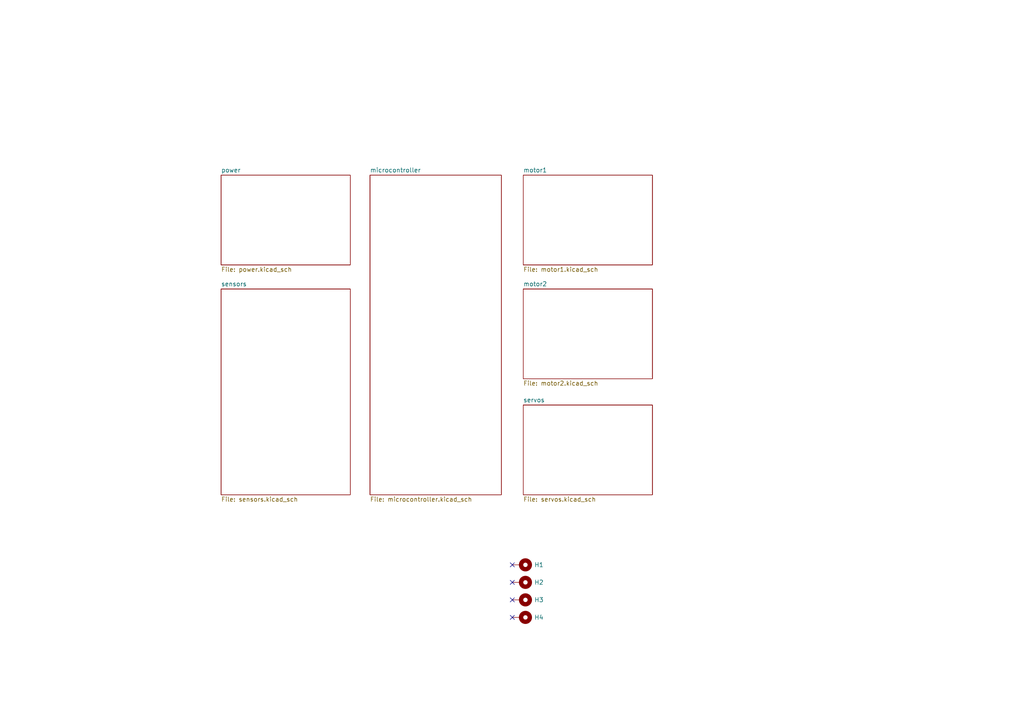
<source format=kicad_sch>
(kicad_sch (version 20231120) (generator "eeschema") (generator_version "8.0")
  (paper "A4")
  (title_block (title "Hogger2 Controller") (date "2025-03-08") (rev "V1.1") (comment 4 "Author: Eryk Możdżeń"))
  (lib_symbols
    (symbol "Mechanical:MountingHole_Pad" (pin_numbers hide) (pin_names (offset 1.016) hide) (exclude_from_sim yes) (in_bom no)
      (property "Reference" "H" (at 0 6.35 0))
      (property "Value" "MountingHole_Pad" (at 0 4.445 0))
      (symbol "MountingHole_Pad_0_1"
        (circle (center 0 1.27) (radius 1.27) (stroke (width 1.27)))
      )
      (symbol "MountingHole_Pad_1_1"
        (pin input line (at 0 -2.54 90) (length 2.54) (name "1") (number "1"))
      )
    )
  )
  (no_connect (at 148.59 163.83))
  (no_connect (at 148.59 179.07))
  (no_connect (at 148.59 173.99))
  (no_connect (at 148.59 168.91))
  (symbol (lib_id "Mechanical:MountingHole_Pad") (at 151.13 163.83 270) (unit 1) (exclude_from_sim yes) (in_bom no)
    (property "Reference" "H1" (at 154.94 163.8299 90) (effects (justify left)))
    (property "Value" "MountingHole_Pad" (effects (hide yes)))
    (property "Footprint" "MountingHole:MountingHole_3.2mm_M3_Pad_Via" (effects (hide yes)))
    (property "Description" "Mounting Hole with connection" (effects (hide yes)))
  )
  (symbol (lib_id "Mechanical:MountingHole_Pad") (at 151.13 179.07 270) (unit 1) (exclude_from_sim yes) (in_bom no)
    (property "Reference" "H4" (at 154.94 179.0699 90) (effects (justify left)))
    (property "Value" "MountingHole_Pad" (effects (hide yes)))
    (property "Footprint" "MountingHole:MountingHole_3.2mm_M3_Pad_Via" (effects (hide yes)))
    (property "Description" "Mounting Hole with connection" (effects (hide yes)))
  )
  (symbol (lib_id "Mechanical:MountingHole_Pad") (at 151.13 168.91 270) (unit 1) (exclude_from_sim yes) (in_bom no)
    (property "Reference" "H2" (at 154.94 168.9099 90) (effects (justify left)))
    (property "Value" "MountingHole_Pad" (effects (hide yes)))
    (property "Footprint" "MountingHole:MountingHole_3.2mm_M3_Pad_Via" (effects (hide yes)))
    (property "Description" "Mounting Hole with connection" (effects (hide yes)))
  )
  (symbol (lib_id "Mechanical:MountingHole_Pad") (at 151.13 173.99 270) (unit 1) (exclude_from_sim yes) (in_bom no)
    (property "Reference" "H3" (at 154.94 173.9899 90) (effects (justify left)))
    (property "Value" "MountingHole_Pad" (effects (hide yes)))
    (property "Footprint" "MountingHole:MountingHole_3.2mm_M3_Pad_Via" (effects (hide yes)))
    (property "Description" "Mounting Hole with connection" (effects (hide yes)))
  )
  (sheet (at 151.765 117.475) (size 37.465 26.035) (stroke (width 0.1524))
    (property "Sheetname" "servos" (at 151.765 116.7634 0) (effects (justify left bottom)))
    (property "Sheetfile" "servos.kicad_sch" (at 151.765 144.0946 0) (effects (justify left top)))
  )
  (sheet (at 151.765 50.8) (size 37.465 26.035) (stroke (width 0.1524))
    (property "Sheetname" "motor1" (at 151.765 50.0884 0) (effects (justify left bottom)))
    (property "Sheetfile" "motor1.kicad_sch" (at 151.765 77.4196 0) (effects (justify left top)))
  )
  (sheet (at 64.135 50.8) (size 37.465 26.035) (stroke (width 0.1524))
    (property "Sheetname" "power" (at 64.135 50.0884 0) (effects (justify left bottom)))
    (property "Sheetfile" "power.kicad_sch" (at 64.135 77.4196 0) (effects (justify left top)))
  )
  (sheet (at 64.135 83.82) (size 37.465 59.69) (stroke (width 0.1524))
    (property "Sheetname" "sensors" (at 64.135 83.1084 0) (effects (justify left bottom)))
    (property "Sheetfile" "sensors.kicad_sch" (at 64.135 144.0946 0) (effects (justify left top)))
  )
  (sheet (at 151.765 83.82) (size 37.465 26.035) (stroke (width 0.1524))
    (property "Sheetname" "motor2" (at 151.765 83.1084 0) (effects (justify left bottom)))
    (property "Sheetfile" "motor2.kicad_sch" (at 151.765 110.4396 0) (effects (justify left top)))
  )
  (sheet (at 107.315 50.8) (size 38.1 92.71) (stroke (width 0.1524))
    (property "Sheetname" "microcontroller" (at 107.315 50.0884 0) (effects (justify left bottom)))
    (property "Sheetfile" "microcontroller.kicad_sch" (at 107.315 144.0946 0) (effects (justify left top)))
  )
)
</source>
